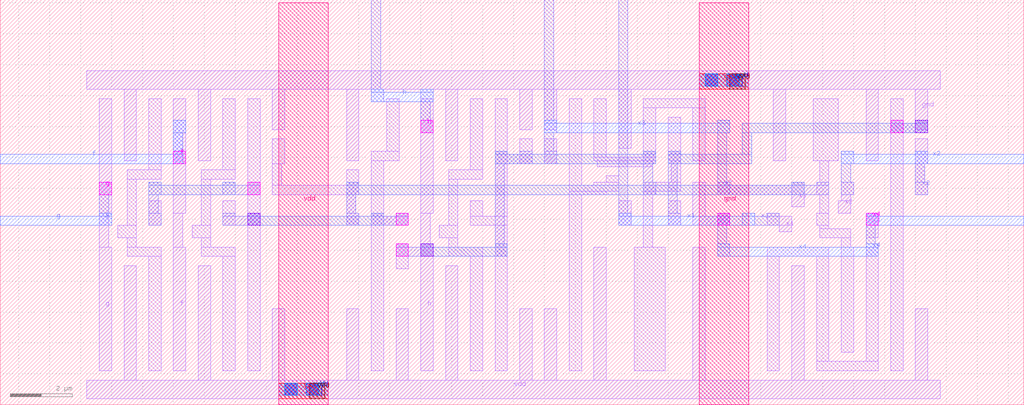
<source format=lef>
VERSION 5.7 ;
  NOWIREEXTENSIONATPIN ON ;
  DIVIDERCHAR "/" ;
  BUSBITCHARS "[]" ;
MACRO logicfunctions
  CLASS BLOCK ;
  FOREIGN logicfunctions ;
  ORIGIN 2.600 0.000 ;
  SIZE 33.100 BY 13.100 ;
  PIN vdd
    USE POWER ;
    PORT
      LAYER metal1 ;
        RECT 1.400 0.800 1.800 4.500 ;
        RECT 3.800 0.800 4.200 4.500 ;
        RECT 6.200 0.800 6.600 3.100 ;
        RECT 8.600 0.800 9.000 3.100 ;
        RECT 10.200 0.800 10.600 3.100 ;
        RECT 11.800 0.800 12.200 4.500 ;
        RECT 14.200 0.800 14.600 3.100 ;
        RECT 15.000 0.800 15.400 3.100 ;
        RECT 16.600 0.800 17.000 5.100 ;
        RECT 19.800 0.800 20.200 5.100 ;
        RECT 23.000 0.800 23.400 4.500 ;
        RECT 27.000 0.800 27.400 3.100 ;
        RECT 0.200 0.200 27.800 0.800 ;
      LAYER via1 ;
        RECT 6.600 0.300 7.000 0.700 ;
        RECT 7.300 0.300 7.700 0.700 ;
      LAYER metal2 ;
        RECT 6.400 0.300 8.000 0.700 ;
      LAYER via2 ;
        RECT 6.600 0.300 7.000 0.700 ;
        RECT 7.300 0.300 7.700 0.700 ;
      LAYER metal3 ;
        RECT 6.400 0.300 8.000 0.700 ;
      LAYER via3 ;
        RECT 6.600 0.300 7.000 0.700 ;
        RECT 7.400 0.300 7.800 0.700 ;
      LAYER metal4 ;
        RECT 6.400 0.300 8.000 0.700 ;
      LAYER via4 ;
        RECT 6.600 0.300 7.000 0.700 ;
        RECT 7.300 0.300 7.700 0.700 ;
      LAYER metal5 ;
        RECT 6.400 0.200 8.000 0.700 ;
      LAYER via5 ;
        RECT 7.400 0.200 7.900 0.700 ;
      LAYER metal6 ;
        RECT 6.400 0.000 8.000 13.000 ;
    END
  END vdd
  PIN gnd
    USE GROUND ;
    PORT
      LAYER metal1 ;
        RECT 0.200 10.200 27.800 10.800 ;
        RECT 1.400 7.900 1.800 10.200 ;
        RECT 3.800 7.900 4.200 10.200 ;
        RECT 6.200 8.900 6.600 10.200 ;
        RECT 8.600 7.900 9.000 10.200 ;
        RECT 11.800 7.900 12.200 10.200 ;
        RECT 14.200 8.900 14.600 10.200 ;
        RECT 15.000 8.900 15.400 10.200 ;
        RECT 17.400 8.300 17.800 10.200 ;
        RECT 22.400 7.900 22.800 10.200 ;
        RECT 25.400 7.900 25.800 10.200 ;
        RECT 27.000 8.900 27.400 10.200 ;
      LAYER via1 ;
        RECT 20.200 10.300 20.600 10.700 ;
        RECT 20.900 10.300 21.300 10.700 ;
      LAYER metal2 ;
        RECT 20.000 10.300 21.600 10.700 ;
      LAYER via2 ;
        RECT 20.200 10.300 20.600 10.700 ;
        RECT 20.900 10.300 21.300 10.700 ;
      LAYER metal3 ;
        RECT 20.000 10.300 21.600 10.700 ;
      LAYER via3 ;
        RECT 20.200 10.300 20.600 10.700 ;
        RECT 21.000 10.300 21.400 10.700 ;
      LAYER metal4 ;
        RECT 20.000 10.300 21.600 10.700 ;
      LAYER via4 ;
        RECT 20.200 10.300 20.600 10.700 ;
        RECT 20.900 10.300 21.300 10.700 ;
      LAYER metal5 ;
        RECT 20.000 10.200 21.600 10.700 ;
      LAYER via5 ;
        RECT 21.000 10.200 21.500 10.700 ;
      LAYER metal6 ;
        RECT 20.000 0.000 21.600 13.000 ;
    END
  END gnd
  PIN x1
    PORT
      LAYER metal1 ;
        RECT 17.400 5.800 17.800 6.600 ;
        RECT 22.200 6.100 22.600 6.200 ;
        RECT 22.200 5.800 23.000 6.100 ;
        RECT 22.600 5.600 23.000 5.800 ;
      LAYER metal2 ;
        RECT 17.400 6.200 17.700 13.100 ;
        RECT 17.400 5.800 17.800 6.200 ;
        RECT 21.400 6.100 21.800 6.200 ;
        RECT 22.200 6.100 22.600 6.200 ;
        RECT 21.400 5.800 22.600 6.100 ;
      LAYER metal3 ;
        RECT 17.400 6.100 17.800 6.200 ;
        RECT 21.400 6.100 21.800 6.200 ;
        RECT 17.400 5.800 21.800 6.100 ;
    END
  END x1
  PIN x2
    PORT
      LAYER metal1 ;
        RECT 27.000 7.800 27.400 8.600 ;
        RECT 27.000 7.200 27.300 7.800 ;
        RECT 24.600 6.800 25.000 7.200 ;
        RECT 27.000 6.800 27.400 7.200 ;
        RECT 24.600 6.600 24.900 6.800 ;
        RECT 24.500 6.200 24.900 6.600 ;
      LAYER metal2 ;
        RECT 24.600 7.800 25.000 8.200 ;
        RECT 27.000 7.800 27.400 8.200 ;
        RECT 24.600 7.200 24.900 7.800 ;
        RECT 27.000 7.200 27.300 7.800 ;
        RECT 24.600 6.800 25.000 7.200 ;
        RECT 27.000 6.800 27.400 7.200 ;
      LAYER metal3 ;
        RECT 24.600 8.100 25.000 8.200 ;
        RECT 27.000 8.100 27.400 8.200 ;
        RECT 24.600 7.800 30.500 8.100 ;
    END
  END x2
  PIN x3
    PORT
      LAYER metal1 ;
        RECT 15.000 7.800 15.400 8.600 ;
        RECT 20.600 7.100 21.000 7.200 ;
        RECT 23.000 7.100 23.400 7.200 ;
        RECT 20.600 6.800 23.400 7.100 ;
        RECT 23.000 6.400 23.400 6.800 ;
      LAYER metal2 ;
        RECT 15.000 9.200 15.300 13.100 ;
        RECT 15.000 8.800 15.400 9.200 ;
        RECT 20.600 8.800 21.000 9.200 ;
        RECT 15.000 8.200 15.300 8.800 ;
        RECT 15.000 7.800 15.400 8.200 ;
        RECT 20.600 7.200 20.900 8.800 ;
        RECT 20.600 6.800 21.000 7.200 ;
      LAYER metal3 ;
        RECT 15.000 9.100 15.400 9.200 ;
        RECT 20.600 9.100 21.000 9.200 ;
        RECT 15.000 8.800 21.000 9.100 ;
    END
  END x3
  PIN x4
    PORT
      LAYER metal1 ;
        RECT 19.800 6.100 20.200 7.200 ;
        RECT 20.600 6.100 21.000 6.200 ;
        RECT 19.800 5.800 21.000 6.100 ;
        RECT 25.400 5.400 25.800 6.200 ;
      LAYER via1 ;
        RECT 20.600 5.800 21.000 6.200 ;
        RECT 25.400 5.800 25.800 6.200 ;
      LAYER metal2 ;
        RECT 20.600 5.800 21.000 6.200 ;
        RECT 25.400 5.800 25.800 6.200 ;
        RECT 20.600 5.200 20.900 5.800 ;
        RECT 25.400 5.200 25.700 5.800 ;
        RECT 20.600 4.800 21.000 5.200 ;
        RECT 25.400 4.800 25.800 5.200 ;
      LAYER metal3 ;
        RECT 25.400 6.100 25.800 6.200 ;
        RECT 25.400 5.800 30.500 6.100 ;
        RECT 20.600 5.100 21.000 5.200 ;
        RECT 25.400 5.100 25.800 5.200 ;
        RECT 20.600 4.800 25.800 5.100 ;
    END
  END x4
  PIN g
    PORT
      LAYER metal1 ;
        RECT 0.600 6.200 1.000 9.900 ;
        RECT 0.600 5.100 0.900 6.200 ;
        RECT 0.600 1.100 1.000 5.100 ;
      LAYER via1 ;
        RECT 0.600 6.800 1.000 7.200 ;
      LAYER metal2 ;
        RECT 0.600 6.800 1.000 7.200 ;
        RECT 0.600 6.200 0.900 6.800 ;
        RECT 0.600 5.800 1.000 6.200 ;
      LAYER metal3 ;
        RECT 0.600 6.100 1.000 6.200 ;
        RECT -2.600 5.800 1.000 6.100 ;
    END
  END g
  PIN h
    PORT
      LAYER metal1 ;
        RECT 11.000 6.200 11.400 9.900 ;
        RECT 11.000 5.100 11.300 6.200 ;
        RECT 11.000 1.100 11.400 5.100 ;
      LAYER via1 ;
        RECT 11.000 8.800 11.400 9.200 ;
      LAYER metal2 ;
        RECT 9.400 10.200 9.700 13.100 ;
        RECT 9.400 9.800 9.800 10.200 ;
        RECT 11.000 9.800 11.400 10.200 ;
        RECT 11.000 9.200 11.300 9.800 ;
        RECT 11.000 8.800 11.400 9.200 ;
      LAYER metal3 ;
        RECT 9.400 10.100 9.800 10.200 ;
        RECT 11.000 10.100 11.400 10.200 ;
        RECT 9.400 9.800 11.400 10.100 ;
    END
  END h
  PIN f
    PORT
      LAYER metal1 ;
        RECT 3.000 6.200 3.400 9.900 ;
        RECT 3.000 5.100 3.300 6.200 ;
        RECT 3.000 1.100 3.400 5.100 ;
      LAYER via1 ;
        RECT 3.000 7.800 3.400 8.200 ;
      LAYER metal2 ;
        RECT 3.000 8.800 3.400 9.200 ;
        RECT 3.000 8.200 3.300 8.800 ;
        RECT 3.000 7.800 3.400 8.200 ;
      LAYER metal3 ;
        RECT 3.000 8.800 3.400 9.200 ;
        RECT 3.000 8.100 3.300 8.800 ;
        RECT -2.600 7.800 3.300 8.100 ;
    END
  END f
  OBS
      LAYER metal1 ;
        RECT 2.200 7.600 2.600 9.900 ;
        RECT 4.600 7.600 5.000 9.900 ;
        RECT 1.500 7.300 2.600 7.600 ;
        RECT 3.900 7.300 5.000 7.600 ;
        RECT 1.500 5.800 1.800 7.300 ;
        RECT 2.200 5.800 2.600 6.600 ;
        RECT 3.900 5.800 4.200 7.300 ;
        RECT 4.600 5.800 5.000 6.600 ;
        RECT 1.200 5.400 1.800 5.800 ;
        RECT 3.600 5.400 4.200 5.800 ;
        RECT 1.500 5.100 1.800 5.400 ;
        RECT 3.900 5.100 4.200 5.400 ;
        RECT 1.500 4.800 2.600 5.100 ;
        RECT 3.900 4.800 5.000 5.100 ;
        RECT 2.200 1.100 2.600 4.800 ;
        RECT 4.600 1.100 5.000 4.800 ;
        RECT 5.400 1.100 5.800 9.900 ;
        RECT 6.200 7.800 6.600 8.600 ;
        RECT 9.900 8.200 10.300 9.900 ;
        RECT 9.400 7.900 10.300 8.200 ;
        RECT 6.200 7.100 6.500 7.800 ;
        RECT 8.600 7.100 9.000 7.600 ;
        RECT 6.200 6.800 9.000 7.100 ;
        RECT 8.600 6.200 8.900 6.800 ;
        RECT 8.600 5.800 9.000 6.200 ;
        RECT 9.400 6.100 9.800 7.900 ;
        RECT 12.600 7.600 13.000 9.900 ;
        RECT 11.900 7.300 13.000 7.600 ;
        RECT 10.200 6.100 10.600 6.200 ;
        RECT 9.400 5.800 10.600 6.100 ;
        RECT 11.900 5.800 12.200 7.300 ;
        RECT 12.600 6.100 13.000 6.600 ;
        RECT 13.400 6.100 13.800 9.900 ;
        RECT 14.200 7.800 14.600 8.600 ;
        RECT 12.600 5.800 13.800 6.100 ;
        RECT 9.400 1.100 9.800 5.800 ;
        RECT 11.600 5.400 12.200 5.800 ;
        RECT 10.200 4.400 10.600 5.200 ;
        RECT 11.900 5.100 12.200 5.400 ;
        RECT 11.900 4.800 13.000 5.100 ;
        RECT 12.600 1.100 13.000 4.800 ;
        RECT 13.400 1.100 13.800 5.800 ;
        RECT 15.800 7.100 16.200 9.900 ;
        RECT 16.600 8.000 17.000 9.900 ;
        RECT 18.200 9.600 20.200 9.900 ;
        RECT 18.200 8.000 18.600 9.600 ;
        RECT 16.600 7.900 18.600 8.000 ;
        RECT 19.000 7.900 19.400 9.300 ;
        RECT 19.800 7.900 20.200 9.600 ;
        RECT 23.700 7.900 24.500 9.900 ;
        RECT 16.700 7.700 18.500 7.900 ;
        RECT 17.000 7.200 17.400 7.400 ;
        RECT 19.100 7.200 19.400 7.900 ;
        RECT 23.900 7.200 24.200 7.900 ;
        RECT 16.600 7.100 17.400 7.200 ;
        RECT 15.800 6.900 17.400 7.100 ;
        RECT 18.200 6.900 19.400 7.200 ;
        RECT 15.800 6.800 17.000 6.900 ;
        RECT 18.200 6.800 18.600 6.900 ;
        RECT 23.800 6.800 24.200 7.200 ;
        RECT 15.800 1.100 16.200 6.800 ;
        RECT 18.200 5.100 18.500 6.800 ;
        RECT 19.000 5.800 19.400 6.600 ;
        RECT 23.900 6.200 24.200 6.800 ;
        RECT 23.800 5.800 24.200 6.200 ;
        RECT 23.900 5.700 24.200 5.800 ;
        RECT 23.900 5.400 24.900 5.700 ;
        RECT 24.600 5.100 24.900 5.400 ;
        RECT 17.900 1.100 18.900 5.100 ;
        RECT 22.200 4.800 24.200 5.100 ;
        RECT 22.200 1.100 22.600 4.800 ;
        RECT 23.800 1.400 24.200 4.800 ;
        RECT 24.600 1.700 25.000 5.100 ;
        RECT 25.400 1.400 25.800 5.100 ;
        RECT 23.800 1.100 25.800 1.400 ;
        RECT 26.200 1.100 26.600 9.900 ;
      LAYER via1 ;
        RECT 5.400 6.800 5.800 7.200 ;
        RECT 10.200 5.800 10.600 6.200 ;
        RECT 10.200 4.800 10.600 5.200 ;
        RECT 26.200 8.800 26.600 9.200 ;
      LAYER metal2 ;
        RECT 26.200 9.100 26.600 9.200 ;
        RECT 27.000 9.100 27.400 9.200 ;
        RECT 26.200 8.800 27.400 9.100 ;
        RECT 13.400 8.100 13.800 8.200 ;
        RECT 14.200 8.100 14.600 8.200 ;
        RECT 13.400 7.800 14.600 8.100 ;
        RECT 18.200 7.800 18.600 8.200 ;
        RECT 19.000 7.800 19.400 8.200 ;
        RECT 2.200 6.800 2.600 7.200 ;
        RECT 4.600 7.100 5.000 7.200 ;
        RECT 5.400 7.100 5.800 7.200 ;
        RECT 4.600 6.800 5.800 7.100 ;
        RECT 8.600 6.800 9.000 7.200 ;
        RECT 2.200 6.200 2.500 6.800 ;
        RECT 8.600 6.200 8.900 6.800 ;
        RECT 2.200 5.800 2.600 6.200 ;
        RECT 4.600 6.100 5.000 6.200 ;
        RECT 5.400 6.100 5.800 6.200 ;
        RECT 4.600 5.800 5.800 6.100 ;
        RECT 8.600 5.800 9.000 6.200 ;
        RECT 9.400 6.100 9.800 6.200 ;
        RECT 10.200 6.100 10.600 6.200 ;
        RECT 9.400 5.800 10.600 6.100 ;
        RECT 13.400 5.200 13.700 7.800 ;
        RECT 18.200 7.200 18.500 7.800 ;
        RECT 18.200 6.800 18.600 7.200 ;
        RECT 19.000 6.200 19.300 7.800 ;
        RECT 23.000 7.100 23.400 7.200 ;
        RECT 23.800 7.100 24.200 7.200 ;
        RECT 23.000 6.800 24.200 7.100 ;
        RECT 19.000 5.800 19.400 6.200 ;
        RECT 10.200 5.100 10.600 5.200 ;
        RECT 11.000 5.100 11.400 5.200 ;
        RECT 10.200 4.800 11.400 5.100 ;
        RECT 13.400 4.800 13.800 5.200 ;
      LAYER via2 ;
        RECT 27.000 8.800 27.400 9.200 ;
        RECT 5.400 5.800 5.800 6.200 ;
        RECT 11.000 4.800 11.400 5.200 ;
      LAYER metal3 ;
        RECT 27.000 9.100 27.400 9.200 ;
        RECT 21.400 8.800 27.400 9.100 ;
        RECT 13.400 8.100 13.800 8.200 ;
        RECT 18.200 8.100 18.600 8.200 ;
        RECT 13.400 7.800 18.600 8.100 ;
        RECT 19.000 8.100 19.400 8.200 ;
        RECT 21.400 8.100 21.700 8.800 ;
        RECT 19.000 7.800 21.700 8.100 ;
        RECT 2.200 7.100 2.600 7.200 ;
        RECT 4.600 7.100 5.000 7.200 ;
        RECT 2.200 6.800 5.000 7.100 ;
        RECT 8.600 7.100 9.000 7.200 ;
        RECT 23.000 7.100 23.400 7.200 ;
        RECT 8.600 6.800 23.400 7.100 ;
        RECT 5.400 6.100 5.800 6.200 ;
        RECT 9.400 6.100 9.800 6.200 ;
        RECT 5.400 5.800 9.800 6.100 ;
        RECT 11.000 5.100 11.400 5.200 ;
        RECT 13.400 5.100 13.800 5.200 ;
        RECT 11.000 4.800 13.800 5.100 ;
  END
END logicfunctions
END LIBRARY


</source>
